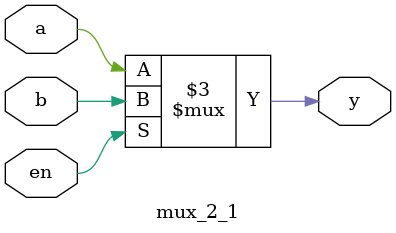
<source format=v>
module mux_2_1(
    input wire a,
    input wire b,
    input wire en,
    output reg y
);

  always @*
    begin
      if (en)
        begin
          y <= b;
        end
      else
        begin
          y <= a;
        end
    end

endmodule
</source>
